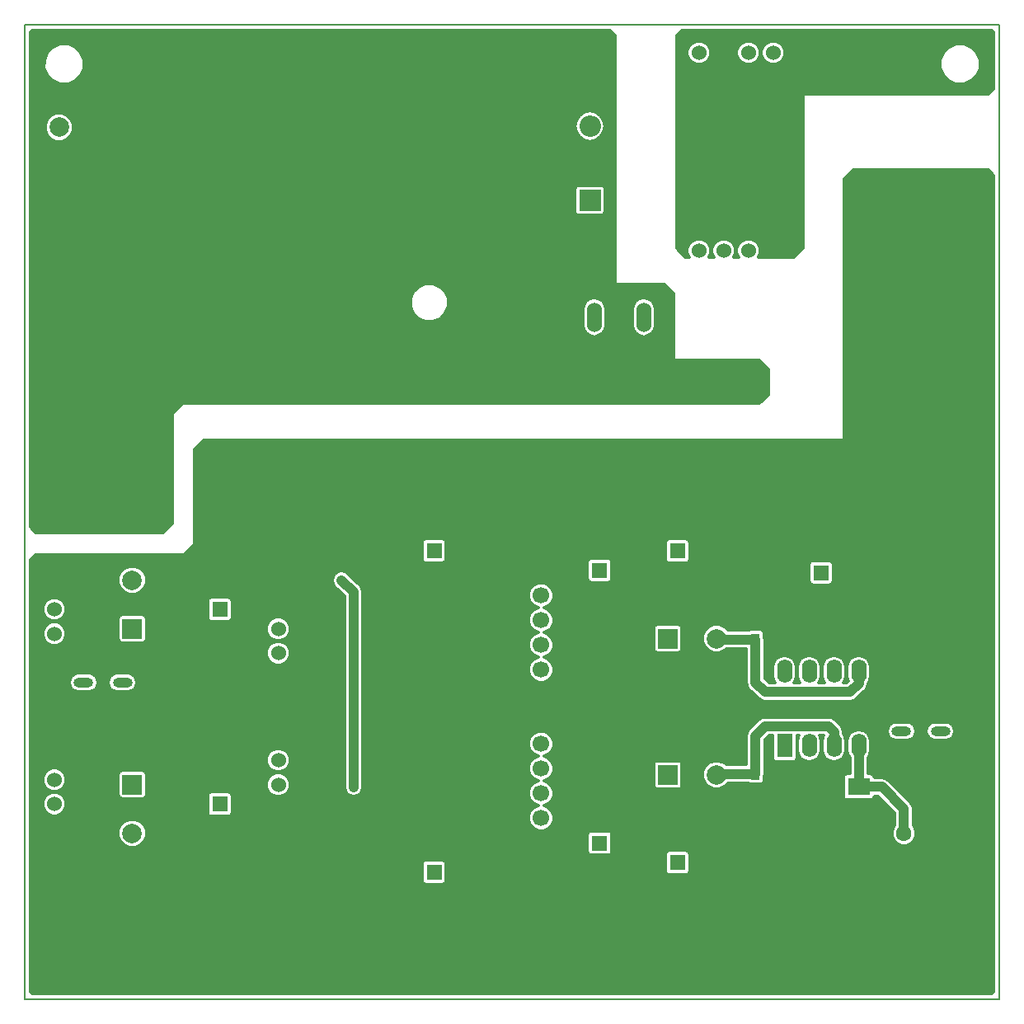
<source format=gbr>
%TF.GenerationSoftware,KiCad,Pcbnew,4.0.7*%
%TF.CreationDate,2021-06-18T00:58:30+09:00*%
%TF.ProjectId,NuTube_MUSES_AMP_PCB_v2,4E75547562655F4D555345535F414D50,rev?*%
%TF.FileFunction,Copper,L2,Bot,Signal*%
%FSLAX46Y46*%
G04 Gerber Fmt 4.6, Leading zero omitted, Abs format (unit mm)*
G04 Created by KiCad (PCBNEW 4.0.7) date 06/18/21 00:58:30*
%MOMM*%
%LPD*%
G01*
G04 APERTURE LIST*
%ADD10C,0.100000*%
%ADD11C,0.150000*%
%ADD12C,0.762000*%
%ADD13C,6.000000*%
%ADD14R,1.600000X1.600000*%
%ADD15C,1.600000*%
%ADD16R,2.000000X2.000000*%
%ADD17C,2.000000*%
%ADD18R,2.300000X1.800000*%
%ADD19R,2.200000X2.200000*%
%ADD20O,2.200000X2.200000*%
%ADD21O,1.400000X0.900000*%
%ADD22O,2.000000X1.000000*%
%ADD23R,0.900000X1.200000*%
%ADD24C,1.524000*%
%ADD25O,1.524000X3.048000*%
%ADD26R,1.600000X2.400000*%
%ADD27O,1.600000X2.400000*%
%ADD28C,1.700000*%
%ADD29C,0.600000*%
%ADD30C,1.000000*%
%ADD31C,0.300000*%
G04 APERTURE END LIST*
D10*
D11*
X142000000Y-130000000D02*
X42000000Y-130000000D01*
X142000000Y-30000000D02*
X142000000Y-130000000D01*
X142000000Y-30000000D02*
X42000000Y-30000000D01*
X42000000Y-30000000D02*
X142000000Y-30000000D01*
X42000000Y-130000000D02*
X42000000Y-30000000D01*
D12*
X116500000Y-73000000D03*
X133500000Y-95000000D03*
X60500000Y-105500000D03*
X60500000Y-94500000D03*
X72750000Y-118500000D03*
X80000000Y-118500000D03*
X81250000Y-85750000D03*
D13*
X138000000Y-126000000D03*
D12*
X73750000Y-108000000D03*
X98750000Y-114000000D03*
X98750000Y-86000000D03*
X69750000Y-104750000D03*
X69750000Y-95000000D03*
X74000000Y-92000000D03*
X77500000Y-92000000D03*
X77500000Y-108000000D03*
X64000000Y-105500000D03*
X64000000Y-94250000D03*
D13*
X46000000Y-126000000D03*
D12*
X71750000Y-113750000D03*
X77500000Y-100000000D03*
X74000000Y-100000000D03*
X108750000Y-100250000D03*
X112250000Y-100250000D03*
X112250000Y-85750000D03*
X108750000Y-86750000D03*
X108750000Y-90750000D03*
X108750000Y-113250000D03*
X108750000Y-109250000D03*
X101250000Y-105750000D03*
X97500000Y-107500000D03*
X97500000Y-92500000D03*
X101250000Y-94250000D03*
X117000000Y-89500000D03*
X117000000Y-110750000D03*
X124250000Y-100250000D03*
X122250000Y-100250000D03*
X120250000Y-100250000D03*
X127750000Y-92000000D03*
X123500000Y-108250000D03*
X127500000Y-113250000D03*
X140750000Y-106000000D03*
X136750000Y-107500000D03*
X133250000Y-109000000D03*
X130500000Y-106500000D03*
X134000000Y-103750000D03*
X136000000Y-100750000D03*
X137750000Y-104250000D03*
X135000000Y-91750000D03*
X137000000Y-93750000D03*
X140750000Y-98500000D03*
X137500000Y-53000000D03*
X126500000Y-53000000D03*
X132000000Y-53000000D03*
X127000000Y-45750000D03*
X130250000Y-45250000D03*
X133750000Y-45250000D03*
X137000000Y-45250000D03*
X137250000Y-36500000D03*
X140750000Y-36000000D03*
X140750000Y-31250000D03*
X134000000Y-31500000D03*
X126500000Y-36750000D03*
X110000000Y-31250000D03*
X121500000Y-47250000D03*
X109500000Y-52250000D03*
X113250000Y-50500000D03*
X43250000Y-81000000D03*
X56250000Y-81250000D03*
X57250000Y-69000000D03*
X117500000Y-68000000D03*
X117500000Y-65250000D03*
X110600000Y-64700000D03*
X107500000Y-57500000D03*
X101500000Y-31500000D03*
X140750000Y-46000000D03*
X119500000Y-50500000D03*
D14*
X84000000Y-84000000D03*
D15*
X84000000Y-81500000D03*
D14*
X84000000Y-117000000D03*
D15*
X84000000Y-114500000D03*
D16*
X53000000Y-92000000D03*
D17*
X53000000Y-87000000D03*
D14*
X62000000Y-90000000D03*
D15*
X62000000Y-87500000D03*
D16*
X53000000Y-108000000D03*
D17*
X53000000Y-113000000D03*
D14*
X62000000Y-110000000D03*
D15*
X62000000Y-112500000D03*
D14*
X109000000Y-84000000D03*
D15*
X109000000Y-81500000D03*
D14*
X101000000Y-114000000D03*
D15*
X101000000Y-116500000D03*
D14*
X101000000Y-86000000D03*
D15*
X101000000Y-83500000D03*
D14*
X109000000Y-116000000D03*
D15*
X109000000Y-118500000D03*
D16*
X108000000Y-107000000D03*
D17*
X113000000Y-107000000D03*
D16*
X108000000Y-93000000D03*
D17*
X113000000Y-93000000D03*
D14*
X123750000Y-86250000D03*
D15*
X126250000Y-86250000D03*
D14*
X134750000Y-113000000D03*
D15*
X132250000Y-113000000D03*
D18*
X127622300Y-111832800D03*
X127622300Y-108232800D03*
D19*
X100000000Y-48000000D03*
D20*
X100000000Y-40380000D03*
D17*
X45500000Y-40500000D03*
X45500000Y-53500000D03*
D21*
X44000000Y-65450000D03*
X44000000Y-72550000D03*
D22*
X45000000Y-97500000D03*
X48000000Y-97500000D03*
X52000000Y-97500000D03*
X53500000Y-102300000D03*
X139000000Y-102500000D03*
X136000000Y-102500000D03*
X132000000Y-102500000D03*
X130500000Y-97700000D03*
D23*
X117000000Y-106900000D03*
X117000000Y-109100000D03*
X117000000Y-93100000D03*
X117000000Y-90900000D03*
D24*
X45000000Y-92500000D03*
X45000000Y-90000000D03*
X45000000Y-87500000D03*
X68000000Y-89500000D03*
X68000000Y-92000000D03*
X68000000Y-94500000D03*
X45000000Y-107500000D03*
X45000000Y-110000000D03*
X45000000Y-112500000D03*
X68000000Y-110500000D03*
X68000000Y-108000000D03*
X68000000Y-105500000D03*
D25*
X105540000Y-60000000D03*
X100460000Y-60000000D03*
D24*
X111190000Y-53160000D03*
X113730000Y-53160000D03*
X116270000Y-53160000D03*
X118810000Y-53160000D03*
X111190000Y-32840000D03*
X113730000Y-32840000D03*
X116270000Y-32840000D03*
X118810000Y-32840000D03*
D26*
X120000000Y-104000000D03*
D27*
X127620000Y-96380000D03*
X122540000Y-104000000D03*
X125080000Y-96380000D03*
X125080000Y-104000000D03*
X122540000Y-96380000D03*
X127620000Y-104000000D03*
X120000000Y-96380000D03*
D28*
X95000000Y-111430000D03*
X95000000Y-108890000D03*
X95000000Y-106350000D03*
X95000000Y-103810000D03*
X95000000Y-101270000D03*
X95000000Y-98730000D03*
X95000000Y-96190000D03*
X95000000Y-93650000D03*
X95000000Y-91110000D03*
X95000000Y-88570000D03*
X73000000Y-124430000D03*
X75540000Y-124430000D03*
X78080000Y-124430000D03*
X80620000Y-124430000D03*
X80620000Y-73430000D03*
X78080000Y-73430000D03*
X75540000Y-73430000D03*
X73000000Y-73430000D03*
D12*
X43500000Y-31500000D03*
D29*
X75750000Y-108250000D03*
X74500000Y-87000000D03*
D30*
X127622300Y-108232800D02*
X129982800Y-108232800D01*
X132250000Y-110500000D02*
X132250000Y-113000000D01*
X129982800Y-108232800D02*
X132250000Y-110500000D01*
X127622300Y-108232800D02*
X127622300Y-104002300D01*
X127622300Y-104002300D02*
X127620000Y-104000000D01*
X127620000Y-108230500D02*
X127622300Y-108232800D01*
X75750000Y-88250000D02*
X75750000Y-108250000D01*
X74500000Y-87000000D02*
X75750000Y-88250000D01*
X117000000Y-106900000D02*
X117000000Y-103000000D01*
X125080000Y-102580000D02*
X125080000Y-104000000D01*
X124500000Y-102000000D02*
X125080000Y-102580000D01*
X118000000Y-102000000D02*
X124500000Y-102000000D01*
X117000000Y-103000000D02*
X118000000Y-102000000D01*
X117000000Y-106900000D02*
X113100000Y-106900000D01*
X113100000Y-106900000D02*
X113000000Y-107000000D01*
X117000000Y-93100000D02*
X117000000Y-97500000D01*
X127620000Y-97630000D02*
X127620000Y-96380000D01*
X126750000Y-98500000D02*
X127620000Y-97630000D01*
X118000000Y-98500000D02*
X126750000Y-98500000D01*
X117000000Y-97500000D02*
X118000000Y-98500000D01*
X117000000Y-93100000D02*
X113100000Y-93100000D01*
X113100000Y-93100000D02*
X113000000Y-93000000D01*
D31*
G36*
X141475000Y-45437132D02*
X141475000Y-129312868D01*
X141312868Y-129475000D01*
X42687132Y-129475000D01*
X42525000Y-129312868D01*
X42525000Y-116200000D01*
X82741184Y-116200000D01*
X82741184Y-117800000D01*
X82772562Y-117966760D01*
X82871117Y-118119919D01*
X83021495Y-118222668D01*
X83200000Y-118258816D01*
X84800000Y-118258816D01*
X84966760Y-118227438D01*
X85119919Y-118128883D01*
X85222668Y-117978505D01*
X85258816Y-117800000D01*
X85258816Y-116200000D01*
X85227438Y-116033240D01*
X85128883Y-115880081D01*
X84978505Y-115777332D01*
X84800000Y-115741184D01*
X83200000Y-115741184D01*
X83033240Y-115772562D01*
X82880081Y-115871117D01*
X82777332Y-116021495D01*
X82741184Y-116200000D01*
X42525000Y-116200000D01*
X42525000Y-113287157D01*
X51549749Y-113287157D01*
X51770033Y-113820286D01*
X52177569Y-114228533D01*
X52710312Y-114449748D01*
X53287157Y-114450251D01*
X53820286Y-114229967D01*
X54228533Y-113822431D01*
X54449748Y-113289688D01*
X54449826Y-113200000D01*
X99741184Y-113200000D01*
X99741184Y-114800000D01*
X99772562Y-114966760D01*
X99871117Y-115119919D01*
X100021495Y-115222668D01*
X100200000Y-115258816D01*
X101800000Y-115258816D01*
X101966760Y-115227438D01*
X102009399Y-115200000D01*
X107741184Y-115200000D01*
X107741184Y-116800000D01*
X107772562Y-116966760D01*
X107871117Y-117119919D01*
X108021495Y-117222668D01*
X108200000Y-117258816D01*
X109800000Y-117258816D01*
X109966760Y-117227438D01*
X110119919Y-117128883D01*
X110222668Y-116978505D01*
X110258816Y-116800000D01*
X110258816Y-115200000D01*
X110227438Y-115033240D01*
X110128883Y-114880081D01*
X109978505Y-114777332D01*
X109800000Y-114741184D01*
X108200000Y-114741184D01*
X108033240Y-114772562D01*
X107880081Y-114871117D01*
X107777332Y-115021495D01*
X107741184Y-115200000D01*
X102009399Y-115200000D01*
X102119919Y-115128883D01*
X102222668Y-114978505D01*
X102258816Y-114800000D01*
X102258816Y-113200000D01*
X102227438Y-113033240D01*
X102128883Y-112880081D01*
X101978505Y-112777332D01*
X101800000Y-112741184D01*
X100200000Y-112741184D01*
X100033240Y-112772562D01*
X99880081Y-112871117D01*
X99777332Y-113021495D01*
X99741184Y-113200000D01*
X54449826Y-113200000D01*
X54450251Y-112712843D01*
X54229967Y-112179714D01*
X53822431Y-111771467D01*
X53289688Y-111550252D01*
X52712843Y-111549749D01*
X52179714Y-111770033D01*
X51771467Y-112177569D01*
X51550252Y-112710312D01*
X51549749Y-113287157D01*
X42525000Y-113287157D01*
X42525000Y-110240024D01*
X43787791Y-110240024D01*
X43971918Y-110685646D01*
X44312561Y-111026884D01*
X44757861Y-111211789D01*
X45240024Y-111212209D01*
X45685646Y-111028082D01*
X46026884Y-110687439D01*
X46211789Y-110242139D01*
X46212209Y-109759976D01*
X46028082Y-109314354D01*
X45687439Y-108973116D01*
X45242139Y-108788211D01*
X44759976Y-108787791D01*
X44314354Y-108971918D01*
X43973116Y-109312561D01*
X43788211Y-109757861D01*
X43787791Y-110240024D01*
X42525000Y-110240024D01*
X42525000Y-107740024D01*
X43787791Y-107740024D01*
X43971918Y-108185646D01*
X44312561Y-108526884D01*
X44757861Y-108711789D01*
X45240024Y-108712209D01*
X45685646Y-108528082D01*
X46026884Y-108187439D01*
X46211789Y-107742139D01*
X46212209Y-107259976D01*
X46104790Y-107000000D01*
X51541184Y-107000000D01*
X51541184Y-109000000D01*
X51572562Y-109166760D01*
X51671117Y-109319919D01*
X51821495Y-109422668D01*
X52000000Y-109458816D01*
X54000000Y-109458816D01*
X54166760Y-109427438D01*
X54319919Y-109328883D01*
X54407981Y-109200000D01*
X60741184Y-109200000D01*
X60741184Y-110800000D01*
X60772562Y-110966760D01*
X60871117Y-111119919D01*
X61021495Y-111222668D01*
X61200000Y-111258816D01*
X62800000Y-111258816D01*
X62966760Y-111227438D01*
X63119919Y-111128883D01*
X63222668Y-110978505D01*
X63258816Y-110800000D01*
X63258816Y-109200000D01*
X63227438Y-109033240D01*
X63128883Y-108880081D01*
X62978505Y-108777332D01*
X62800000Y-108741184D01*
X61200000Y-108741184D01*
X61033240Y-108772562D01*
X60880081Y-108871117D01*
X60777332Y-109021495D01*
X60741184Y-109200000D01*
X54407981Y-109200000D01*
X54422668Y-109178505D01*
X54458816Y-109000000D01*
X54458816Y-108240024D01*
X66787791Y-108240024D01*
X66971918Y-108685646D01*
X67312561Y-109026884D01*
X67757861Y-109211789D01*
X68240024Y-109212209D01*
X68685646Y-109028082D01*
X69026884Y-108687439D01*
X69211789Y-108242139D01*
X69212209Y-107759976D01*
X69028082Y-107314354D01*
X68687439Y-106973116D01*
X68242139Y-106788211D01*
X67759976Y-106787791D01*
X67314354Y-106971918D01*
X66973116Y-107312561D01*
X66788211Y-107757861D01*
X66787791Y-108240024D01*
X54458816Y-108240024D01*
X54458816Y-107000000D01*
X54427438Y-106833240D01*
X54328883Y-106680081D01*
X54178505Y-106577332D01*
X54000000Y-106541184D01*
X52000000Y-106541184D01*
X51833240Y-106572562D01*
X51680081Y-106671117D01*
X51577332Y-106821495D01*
X51541184Y-107000000D01*
X46104790Y-107000000D01*
X46028082Y-106814354D01*
X45687439Y-106473116D01*
X45242139Y-106288211D01*
X44759976Y-106287791D01*
X44314354Y-106471918D01*
X43973116Y-106812561D01*
X43788211Y-107257861D01*
X43787791Y-107740024D01*
X42525000Y-107740024D01*
X42525000Y-105740024D01*
X66787791Y-105740024D01*
X66971918Y-106185646D01*
X67312561Y-106526884D01*
X67757861Y-106711789D01*
X68240024Y-106712209D01*
X68685646Y-106528082D01*
X69026884Y-106187439D01*
X69211789Y-105742139D01*
X69212209Y-105259976D01*
X69028082Y-104814354D01*
X68687439Y-104473116D01*
X68242139Y-104288211D01*
X67759976Y-104287791D01*
X67314354Y-104471918D01*
X66973116Y-104812561D01*
X66788211Y-105257861D01*
X66787791Y-105740024D01*
X42525000Y-105740024D01*
X42525000Y-97500000D01*
X46521593Y-97500000D01*
X46593907Y-97863549D01*
X46799842Y-98171751D01*
X47108044Y-98377686D01*
X47471593Y-98450000D01*
X48528407Y-98450000D01*
X48891956Y-98377686D01*
X49200158Y-98171751D01*
X49406093Y-97863549D01*
X49478407Y-97500000D01*
X50521593Y-97500000D01*
X50593907Y-97863549D01*
X50799842Y-98171751D01*
X51108044Y-98377686D01*
X51471593Y-98450000D01*
X52528407Y-98450000D01*
X52891956Y-98377686D01*
X53200158Y-98171751D01*
X53406093Y-97863549D01*
X53478407Y-97500000D01*
X53406093Y-97136451D01*
X53200158Y-96828249D01*
X52891956Y-96622314D01*
X52528407Y-96550000D01*
X51471593Y-96550000D01*
X51108044Y-96622314D01*
X50799842Y-96828249D01*
X50593907Y-97136451D01*
X50521593Y-97500000D01*
X49478407Y-97500000D01*
X49406093Y-97136451D01*
X49200158Y-96828249D01*
X48891956Y-96622314D01*
X48528407Y-96550000D01*
X47471593Y-96550000D01*
X47108044Y-96622314D01*
X46799842Y-96828249D01*
X46593907Y-97136451D01*
X46521593Y-97500000D01*
X42525000Y-97500000D01*
X42525000Y-94740024D01*
X66787791Y-94740024D01*
X66971918Y-95185646D01*
X67312561Y-95526884D01*
X67757861Y-95711789D01*
X68240024Y-95712209D01*
X68685646Y-95528082D01*
X69026884Y-95187439D01*
X69211789Y-94742139D01*
X69212209Y-94259976D01*
X69028082Y-93814354D01*
X68687439Y-93473116D01*
X68242139Y-93288211D01*
X67759976Y-93287791D01*
X67314354Y-93471918D01*
X66973116Y-93812561D01*
X66788211Y-94257861D01*
X66787791Y-94740024D01*
X42525000Y-94740024D01*
X42525000Y-92740024D01*
X43787791Y-92740024D01*
X43971918Y-93185646D01*
X44312561Y-93526884D01*
X44757861Y-93711789D01*
X45240024Y-93712209D01*
X45685646Y-93528082D01*
X46026884Y-93187439D01*
X46211789Y-92742139D01*
X46212209Y-92259976D01*
X46028082Y-91814354D01*
X45687439Y-91473116D01*
X45242139Y-91288211D01*
X44759976Y-91287791D01*
X44314354Y-91471918D01*
X43973116Y-91812561D01*
X43788211Y-92257861D01*
X43787791Y-92740024D01*
X42525000Y-92740024D01*
X42525000Y-90240024D01*
X43787791Y-90240024D01*
X43971918Y-90685646D01*
X44312561Y-91026884D01*
X44757861Y-91211789D01*
X45240024Y-91212209D01*
X45685646Y-91028082D01*
X45713777Y-91000000D01*
X51541184Y-91000000D01*
X51541184Y-93000000D01*
X51572562Y-93166760D01*
X51671117Y-93319919D01*
X51821495Y-93422668D01*
X52000000Y-93458816D01*
X54000000Y-93458816D01*
X54166760Y-93427438D01*
X54319919Y-93328883D01*
X54422668Y-93178505D01*
X54458816Y-93000000D01*
X54458816Y-92240024D01*
X66787791Y-92240024D01*
X66971918Y-92685646D01*
X67312561Y-93026884D01*
X67757861Y-93211789D01*
X68240024Y-93212209D01*
X68685646Y-93028082D01*
X69026884Y-92687439D01*
X69211789Y-92242139D01*
X69212209Y-91759976D01*
X69028082Y-91314354D01*
X68687439Y-90973116D01*
X68242139Y-90788211D01*
X67759976Y-90787791D01*
X67314354Y-90971918D01*
X66973116Y-91312561D01*
X66788211Y-91757861D01*
X66787791Y-92240024D01*
X54458816Y-92240024D01*
X54458816Y-91000000D01*
X54427438Y-90833240D01*
X54328883Y-90680081D01*
X54178505Y-90577332D01*
X54000000Y-90541184D01*
X52000000Y-90541184D01*
X51833240Y-90572562D01*
X51680081Y-90671117D01*
X51577332Y-90821495D01*
X51541184Y-91000000D01*
X45713777Y-91000000D01*
X46026884Y-90687439D01*
X46211789Y-90242139D01*
X46212209Y-89759976D01*
X46028082Y-89314354D01*
X45913928Y-89200000D01*
X60741184Y-89200000D01*
X60741184Y-90800000D01*
X60772562Y-90966760D01*
X60871117Y-91119919D01*
X61021495Y-91222668D01*
X61200000Y-91258816D01*
X62800000Y-91258816D01*
X62966760Y-91227438D01*
X63119919Y-91128883D01*
X63222668Y-90978505D01*
X63258816Y-90800000D01*
X63258816Y-89200000D01*
X63227438Y-89033240D01*
X63128883Y-88880081D01*
X62978505Y-88777332D01*
X62800000Y-88741184D01*
X61200000Y-88741184D01*
X61033240Y-88772562D01*
X60880081Y-88871117D01*
X60777332Y-89021495D01*
X60741184Y-89200000D01*
X45913928Y-89200000D01*
X45687439Y-88973116D01*
X45242139Y-88788211D01*
X44759976Y-88787791D01*
X44314354Y-88971918D01*
X43973116Y-89312561D01*
X43788211Y-89757861D01*
X43787791Y-90240024D01*
X42525000Y-90240024D01*
X42525000Y-87287157D01*
X51549749Y-87287157D01*
X51770033Y-87820286D01*
X52177569Y-88228533D01*
X52710312Y-88449748D01*
X53287157Y-88450251D01*
X53820286Y-88229967D01*
X54228533Y-87822431D01*
X54449748Y-87289688D01*
X54450000Y-87000000D01*
X73550001Y-87000000D01*
X73622314Y-87363550D01*
X73828249Y-87671751D01*
X74800000Y-88643502D01*
X74800000Y-108250000D01*
X74872314Y-108613549D01*
X75078249Y-108921751D01*
X75386451Y-109127686D01*
X75750000Y-109200000D01*
X76113549Y-109127686D01*
X76421751Y-108921751D01*
X76627686Y-108613549D01*
X76700000Y-108250000D01*
X76700000Y-104067452D01*
X93699774Y-104067452D01*
X93897271Y-104545429D01*
X94262647Y-104911444D01*
X94668985Y-105080170D01*
X94264571Y-105247271D01*
X93898556Y-105612647D01*
X93700226Y-106090279D01*
X93699774Y-106607452D01*
X93897271Y-107085429D01*
X94262647Y-107451444D01*
X94668985Y-107620170D01*
X94264571Y-107787271D01*
X93898556Y-108152647D01*
X93700226Y-108630279D01*
X93699774Y-109147452D01*
X93897271Y-109625429D01*
X94262647Y-109991444D01*
X94668985Y-110160170D01*
X94264571Y-110327271D01*
X93898556Y-110692647D01*
X93700226Y-111170279D01*
X93699774Y-111687452D01*
X93897271Y-112165429D01*
X94262647Y-112531444D01*
X94740279Y-112729774D01*
X95257452Y-112730226D01*
X95735429Y-112532729D01*
X96101444Y-112167353D01*
X96299774Y-111689721D01*
X96300226Y-111172548D01*
X96102729Y-110694571D01*
X95737353Y-110328556D01*
X95331015Y-110159830D01*
X95735429Y-109992729D01*
X96101444Y-109627353D01*
X96299774Y-109149721D01*
X96300226Y-108632548D01*
X96102729Y-108154571D01*
X95737353Y-107788556D01*
X95331015Y-107619830D01*
X95735429Y-107452729D01*
X96101444Y-107087353D01*
X96299774Y-106609721D01*
X96300226Y-106092548D01*
X96261986Y-106000000D01*
X106541184Y-106000000D01*
X106541184Y-108000000D01*
X106572562Y-108166760D01*
X106671117Y-108319919D01*
X106821495Y-108422668D01*
X107000000Y-108458816D01*
X109000000Y-108458816D01*
X109166760Y-108427438D01*
X109319919Y-108328883D01*
X109422668Y-108178505D01*
X109458816Y-108000000D01*
X109458816Y-107287157D01*
X111549749Y-107287157D01*
X111770033Y-107820286D01*
X112177569Y-108228533D01*
X112710312Y-108449748D01*
X113287157Y-108450251D01*
X113820286Y-108229967D01*
X114200916Y-107850000D01*
X116265142Y-107850000D01*
X116371495Y-107922668D01*
X116550000Y-107958816D01*
X117450000Y-107958816D01*
X117616760Y-107927438D01*
X117769919Y-107828883D01*
X117872668Y-107678505D01*
X117908816Y-107500000D01*
X117908816Y-107332800D01*
X126013484Y-107332800D01*
X126013484Y-109132800D01*
X126044862Y-109299560D01*
X126143417Y-109452719D01*
X126293795Y-109555468D01*
X126472300Y-109591616D01*
X128772300Y-109591616D01*
X128939060Y-109560238D01*
X129092219Y-109461683D01*
X129194968Y-109311305D01*
X129220991Y-109182800D01*
X129589298Y-109182800D01*
X131300000Y-110893502D01*
X131300000Y-112182117D01*
X131190919Y-112291007D01*
X131000217Y-112750269D01*
X130999783Y-113247550D01*
X131189684Y-113707143D01*
X131541007Y-114059081D01*
X132000269Y-114249783D01*
X132497550Y-114250217D01*
X132957143Y-114060316D01*
X133309081Y-113708993D01*
X133499783Y-113249731D01*
X133500217Y-112752450D01*
X133310316Y-112292857D01*
X133200000Y-112182348D01*
X133200000Y-110500000D01*
X133127686Y-110136451D01*
X133127686Y-110136450D01*
X132921751Y-109828249D01*
X130654551Y-107561049D01*
X130346350Y-107355114D01*
X130286033Y-107343117D01*
X129982800Y-107282800D01*
X129221708Y-107282800D01*
X129199738Y-107166040D01*
X129101183Y-107012881D01*
X128950805Y-106910132D01*
X128772300Y-106873984D01*
X128572300Y-106873984D01*
X128572300Y-105213815D01*
X128774849Y-104910679D01*
X128870000Y-104432325D01*
X128870000Y-103567675D01*
X128774849Y-103089321D01*
X128503883Y-102683792D01*
X128228820Y-102500000D01*
X130521593Y-102500000D01*
X130593907Y-102863549D01*
X130799842Y-103171751D01*
X131108044Y-103377686D01*
X131471593Y-103450000D01*
X132528407Y-103450000D01*
X132891956Y-103377686D01*
X133200158Y-103171751D01*
X133406093Y-102863549D01*
X133478407Y-102500000D01*
X134521593Y-102500000D01*
X134593907Y-102863549D01*
X134799842Y-103171751D01*
X135108044Y-103377686D01*
X135471593Y-103450000D01*
X136528407Y-103450000D01*
X136891956Y-103377686D01*
X137200158Y-103171751D01*
X137406093Y-102863549D01*
X137478407Y-102500000D01*
X137406093Y-102136451D01*
X137200158Y-101828249D01*
X136891956Y-101622314D01*
X136528407Y-101550000D01*
X135471593Y-101550000D01*
X135108044Y-101622314D01*
X134799842Y-101828249D01*
X134593907Y-102136451D01*
X134521593Y-102500000D01*
X133478407Y-102500000D01*
X133406093Y-102136451D01*
X133200158Y-101828249D01*
X132891956Y-101622314D01*
X132528407Y-101550000D01*
X131471593Y-101550000D01*
X131108044Y-101622314D01*
X130799842Y-101828249D01*
X130593907Y-102136451D01*
X130521593Y-102500000D01*
X128228820Y-102500000D01*
X128098354Y-102412826D01*
X127620000Y-102317675D01*
X127141646Y-102412826D01*
X126736117Y-102683792D01*
X126465151Y-103089321D01*
X126370000Y-103567675D01*
X126370000Y-104432325D01*
X126465151Y-104910679D01*
X126672300Y-105220699D01*
X126672300Y-106873984D01*
X126472300Y-106873984D01*
X126305540Y-106905362D01*
X126152381Y-107003917D01*
X126049632Y-107154295D01*
X126013484Y-107332800D01*
X117908816Y-107332800D01*
X117908816Y-107107047D01*
X117950000Y-106900000D01*
X117950000Y-103393502D01*
X118393503Y-102950000D01*
X118741184Y-102950000D01*
X118741184Y-105200000D01*
X118772562Y-105366760D01*
X118871117Y-105519919D01*
X119021495Y-105622668D01*
X119200000Y-105658816D01*
X120800000Y-105658816D01*
X120966760Y-105627438D01*
X121119919Y-105528883D01*
X121222668Y-105378505D01*
X121258816Y-105200000D01*
X121258816Y-102950000D01*
X121478242Y-102950000D01*
X121385151Y-103089321D01*
X121290000Y-103567675D01*
X121290000Y-104432325D01*
X121385151Y-104910679D01*
X121656117Y-105316208D01*
X122061646Y-105587174D01*
X122540000Y-105682325D01*
X123018354Y-105587174D01*
X123423883Y-105316208D01*
X123694849Y-104910679D01*
X123790000Y-104432325D01*
X123790000Y-103567675D01*
X123694849Y-103089321D01*
X123601758Y-102950000D01*
X124018242Y-102950000D01*
X123925151Y-103089321D01*
X123830000Y-103567675D01*
X123830000Y-104432325D01*
X123925151Y-104910679D01*
X124196117Y-105316208D01*
X124601646Y-105587174D01*
X125080000Y-105682325D01*
X125558354Y-105587174D01*
X125963883Y-105316208D01*
X126234849Y-104910679D01*
X126330000Y-104432325D01*
X126330000Y-103567675D01*
X126234849Y-103089321D01*
X126030000Y-102782743D01*
X126030000Y-102580000D01*
X125957686Y-102216451D01*
X125957686Y-102216450D01*
X125751752Y-101908249D01*
X125171751Y-101328249D01*
X124863550Y-101122314D01*
X124803233Y-101110317D01*
X124500000Y-101050000D01*
X118000000Y-101050000D01*
X117636451Y-101122314D01*
X117328249Y-101328248D01*
X116328249Y-102328249D01*
X116122314Y-102636450D01*
X116122314Y-102636451D01*
X116050000Y-103000000D01*
X116050000Y-105950000D01*
X114000653Y-105950000D01*
X113822431Y-105771467D01*
X113289688Y-105550252D01*
X112712843Y-105549749D01*
X112179714Y-105770033D01*
X111771467Y-106177569D01*
X111550252Y-106710312D01*
X111549749Y-107287157D01*
X109458816Y-107287157D01*
X109458816Y-106000000D01*
X109427438Y-105833240D01*
X109328883Y-105680081D01*
X109178505Y-105577332D01*
X109000000Y-105541184D01*
X107000000Y-105541184D01*
X106833240Y-105572562D01*
X106680081Y-105671117D01*
X106577332Y-105821495D01*
X106541184Y-106000000D01*
X96261986Y-106000000D01*
X96102729Y-105614571D01*
X95737353Y-105248556D01*
X95331015Y-105079830D01*
X95735429Y-104912729D01*
X96101444Y-104547353D01*
X96299774Y-104069721D01*
X96300226Y-103552548D01*
X96102729Y-103074571D01*
X95737353Y-102708556D01*
X95259721Y-102510226D01*
X94742548Y-102509774D01*
X94264571Y-102707271D01*
X93898556Y-103072647D01*
X93700226Y-103550279D01*
X93699774Y-104067452D01*
X76700000Y-104067452D01*
X76700000Y-88827452D01*
X93699774Y-88827452D01*
X93897271Y-89305429D01*
X94262647Y-89671444D01*
X94668985Y-89840170D01*
X94264571Y-90007271D01*
X93898556Y-90372647D01*
X93700226Y-90850279D01*
X93699774Y-91367452D01*
X93897271Y-91845429D01*
X94262647Y-92211444D01*
X94668985Y-92380170D01*
X94264571Y-92547271D01*
X93898556Y-92912647D01*
X93700226Y-93390279D01*
X93699774Y-93907452D01*
X93897271Y-94385429D01*
X94262647Y-94751444D01*
X94668985Y-94920170D01*
X94264571Y-95087271D01*
X93898556Y-95452647D01*
X93700226Y-95930279D01*
X93699774Y-96447452D01*
X93897271Y-96925429D01*
X94262647Y-97291444D01*
X94740279Y-97489774D01*
X95257452Y-97490226D01*
X95735429Y-97292729D01*
X96101444Y-96927353D01*
X96299774Y-96449721D01*
X96300226Y-95932548D01*
X96102729Y-95454571D01*
X95737353Y-95088556D01*
X95331015Y-94919830D01*
X95735429Y-94752729D01*
X96101444Y-94387353D01*
X96299774Y-93909721D01*
X96300226Y-93392548D01*
X96102729Y-92914571D01*
X95737353Y-92548556D01*
X95331015Y-92379830D01*
X95735429Y-92212729D01*
X95948530Y-92000000D01*
X106541184Y-92000000D01*
X106541184Y-94000000D01*
X106572562Y-94166760D01*
X106671117Y-94319919D01*
X106821495Y-94422668D01*
X107000000Y-94458816D01*
X109000000Y-94458816D01*
X109166760Y-94427438D01*
X109319919Y-94328883D01*
X109422668Y-94178505D01*
X109458816Y-94000000D01*
X109458816Y-93287157D01*
X111549749Y-93287157D01*
X111770033Y-93820286D01*
X112177569Y-94228533D01*
X112710312Y-94449748D01*
X113287157Y-94450251D01*
X113820286Y-94229967D01*
X114000567Y-94050000D01*
X116050000Y-94050000D01*
X116050000Y-97500000D01*
X116089028Y-97696208D01*
X116122314Y-97863550D01*
X116328249Y-98171751D01*
X117328249Y-99171752D01*
X117636451Y-99377686D01*
X118000000Y-99450000D01*
X126750000Y-99450000D01*
X127053233Y-99389683D01*
X127113550Y-99377686D01*
X127421751Y-99171751D01*
X128291752Y-98301751D01*
X128497686Y-97993550D01*
X128570000Y-97630000D01*
X128570000Y-97597257D01*
X128774849Y-97290679D01*
X128870000Y-96812325D01*
X128870000Y-95947675D01*
X128774849Y-95469321D01*
X128503883Y-95063792D01*
X128098354Y-94792826D01*
X127620000Y-94697675D01*
X127141646Y-94792826D01*
X126736117Y-95063792D01*
X126465151Y-95469321D01*
X126370000Y-95947675D01*
X126370000Y-96812325D01*
X126465151Y-97290679D01*
X126525500Y-97380998D01*
X126356498Y-97550000D01*
X126061576Y-97550000D01*
X126234849Y-97290679D01*
X126330000Y-96812325D01*
X126330000Y-95947675D01*
X126234849Y-95469321D01*
X125963883Y-95063792D01*
X125558354Y-94792826D01*
X125080000Y-94697675D01*
X124601646Y-94792826D01*
X124196117Y-95063792D01*
X123925151Y-95469321D01*
X123830000Y-95947675D01*
X123830000Y-96812325D01*
X123925151Y-97290679D01*
X124098424Y-97550000D01*
X123521576Y-97550000D01*
X123694849Y-97290679D01*
X123790000Y-96812325D01*
X123790000Y-95947675D01*
X123694849Y-95469321D01*
X123423883Y-95063792D01*
X123018354Y-94792826D01*
X122540000Y-94697675D01*
X122061646Y-94792826D01*
X121656117Y-95063792D01*
X121385151Y-95469321D01*
X121290000Y-95947675D01*
X121290000Y-96812325D01*
X121385151Y-97290679D01*
X121558424Y-97550000D01*
X120981576Y-97550000D01*
X121154849Y-97290679D01*
X121250000Y-96812325D01*
X121250000Y-95947675D01*
X121154849Y-95469321D01*
X120883883Y-95063792D01*
X120478354Y-94792826D01*
X120000000Y-94697675D01*
X119521646Y-94792826D01*
X119116117Y-95063792D01*
X118845151Y-95469321D01*
X118750000Y-95947675D01*
X118750000Y-96812325D01*
X118845151Y-97290679D01*
X119018424Y-97550000D01*
X118393503Y-97550000D01*
X117950000Y-97106498D01*
X117950000Y-93100000D01*
X117908816Y-92892953D01*
X117908816Y-92500000D01*
X117877438Y-92333240D01*
X117778883Y-92180081D01*
X117628505Y-92077332D01*
X117450000Y-92041184D01*
X116550000Y-92041184D01*
X116383240Y-92072562D01*
X116262898Y-92150000D01*
X114200305Y-92150000D01*
X113822431Y-91771467D01*
X113289688Y-91550252D01*
X112712843Y-91549749D01*
X112179714Y-91770033D01*
X111771467Y-92177569D01*
X111550252Y-92710312D01*
X111549749Y-93287157D01*
X109458816Y-93287157D01*
X109458816Y-92000000D01*
X109427438Y-91833240D01*
X109328883Y-91680081D01*
X109178505Y-91577332D01*
X109000000Y-91541184D01*
X107000000Y-91541184D01*
X106833240Y-91572562D01*
X106680081Y-91671117D01*
X106577332Y-91821495D01*
X106541184Y-92000000D01*
X95948530Y-92000000D01*
X96101444Y-91847353D01*
X96299774Y-91369721D01*
X96300226Y-90852548D01*
X96102729Y-90374571D01*
X95737353Y-90008556D01*
X95331015Y-89839830D01*
X95735429Y-89672729D01*
X96101444Y-89307353D01*
X96299774Y-88829721D01*
X96300226Y-88312548D01*
X96102729Y-87834571D01*
X95737353Y-87468556D01*
X95259721Y-87270226D01*
X94742548Y-87269774D01*
X94264571Y-87467271D01*
X93898556Y-87832647D01*
X93700226Y-88310279D01*
X93699774Y-88827452D01*
X76700000Y-88827452D01*
X76700000Y-88250000D01*
X76627686Y-87886451D01*
X76627686Y-87886450D01*
X76421751Y-87578249D01*
X75171751Y-86328249D01*
X74863550Y-86122314D01*
X74500000Y-86050001D01*
X74136450Y-86122314D01*
X73828249Y-86328249D01*
X73622314Y-86636450D01*
X73550001Y-87000000D01*
X54450000Y-87000000D01*
X54450251Y-86712843D01*
X54229967Y-86179714D01*
X53822431Y-85771467D01*
X53289688Y-85550252D01*
X52712843Y-85549749D01*
X52179714Y-85770033D01*
X51771467Y-86177569D01*
X51550252Y-86710312D01*
X51549749Y-87287157D01*
X42525000Y-87287157D01*
X42525000Y-84937132D01*
X43062132Y-84400000D01*
X58250000Y-84400000D01*
X58308358Y-84388182D01*
X58356066Y-84356066D01*
X59356066Y-83356066D01*
X59388975Y-83306444D01*
X59400000Y-83250000D01*
X59400000Y-83200000D01*
X82741184Y-83200000D01*
X82741184Y-84800000D01*
X82772562Y-84966760D01*
X82871117Y-85119919D01*
X83021495Y-85222668D01*
X83200000Y-85258816D01*
X84800000Y-85258816D01*
X84966760Y-85227438D01*
X85009399Y-85200000D01*
X99741184Y-85200000D01*
X99741184Y-86800000D01*
X99772562Y-86966760D01*
X99871117Y-87119919D01*
X100021495Y-87222668D01*
X100200000Y-87258816D01*
X101800000Y-87258816D01*
X101966760Y-87227438D01*
X102119919Y-87128883D01*
X102222668Y-86978505D01*
X102258816Y-86800000D01*
X102258816Y-85450000D01*
X122491184Y-85450000D01*
X122491184Y-87050000D01*
X122522562Y-87216760D01*
X122621117Y-87369919D01*
X122771495Y-87472668D01*
X122950000Y-87508816D01*
X124550000Y-87508816D01*
X124716760Y-87477438D01*
X124869919Y-87378883D01*
X124972668Y-87228505D01*
X125008816Y-87050000D01*
X125008816Y-85450000D01*
X124977438Y-85283240D01*
X124878883Y-85130081D01*
X124728505Y-85027332D01*
X124550000Y-84991184D01*
X122950000Y-84991184D01*
X122783240Y-85022562D01*
X122630081Y-85121117D01*
X122527332Y-85271495D01*
X122491184Y-85450000D01*
X102258816Y-85450000D01*
X102258816Y-85200000D01*
X102227438Y-85033240D01*
X102128883Y-84880081D01*
X101978505Y-84777332D01*
X101800000Y-84741184D01*
X100200000Y-84741184D01*
X100033240Y-84772562D01*
X99880081Y-84871117D01*
X99777332Y-85021495D01*
X99741184Y-85200000D01*
X85009399Y-85200000D01*
X85119919Y-85128883D01*
X85222668Y-84978505D01*
X85258816Y-84800000D01*
X85258816Y-83200000D01*
X107741184Y-83200000D01*
X107741184Y-84800000D01*
X107772562Y-84966760D01*
X107871117Y-85119919D01*
X108021495Y-85222668D01*
X108200000Y-85258816D01*
X109800000Y-85258816D01*
X109966760Y-85227438D01*
X110119919Y-85128883D01*
X110222668Y-84978505D01*
X110258816Y-84800000D01*
X110258816Y-83200000D01*
X110227438Y-83033240D01*
X110128883Y-82880081D01*
X109978505Y-82777332D01*
X109800000Y-82741184D01*
X108200000Y-82741184D01*
X108033240Y-82772562D01*
X107880081Y-82871117D01*
X107777332Y-83021495D01*
X107741184Y-83200000D01*
X85258816Y-83200000D01*
X85227438Y-83033240D01*
X85128883Y-82880081D01*
X84978505Y-82777332D01*
X84800000Y-82741184D01*
X83200000Y-82741184D01*
X83033240Y-82772562D01*
X82880081Y-82871117D01*
X82777332Y-83021495D01*
X82741184Y-83200000D01*
X59400000Y-83200000D01*
X59400000Y-73562132D01*
X60312132Y-72650000D01*
X126000000Y-72650000D01*
X126058358Y-72638182D01*
X126107521Y-72604591D01*
X126139742Y-72554519D01*
X126150000Y-72500000D01*
X126150000Y-45812132D01*
X127062132Y-44900000D01*
X140937868Y-44900000D01*
X141475000Y-45437132D01*
X141475000Y-45437132D01*
G37*
X141475000Y-45437132D02*
X141475000Y-129312868D01*
X141312868Y-129475000D01*
X42687132Y-129475000D01*
X42525000Y-129312868D01*
X42525000Y-116200000D01*
X82741184Y-116200000D01*
X82741184Y-117800000D01*
X82772562Y-117966760D01*
X82871117Y-118119919D01*
X83021495Y-118222668D01*
X83200000Y-118258816D01*
X84800000Y-118258816D01*
X84966760Y-118227438D01*
X85119919Y-118128883D01*
X85222668Y-117978505D01*
X85258816Y-117800000D01*
X85258816Y-116200000D01*
X85227438Y-116033240D01*
X85128883Y-115880081D01*
X84978505Y-115777332D01*
X84800000Y-115741184D01*
X83200000Y-115741184D01*
X83033240Y-115772562D01*
X82880081Y-115871117D01*
X82777332Y-116021495D01*
X82741184Y-116200000D01*
X42525000Y-116200000D01*
X42525000Y-113287157D01*
X51549749Y-113287157D01*
X51770033Y-113820286D01*
X52177569Y-114228533D01*
X52710312Y-114449748D01*
X53287157Y-114450251D01*
X53820286Y-114229967D01*
X54228533Y-113822431D01*
X54449748Y-113289688D01*
X54449826Y-113200000D01*
X99741184Y-113200000D01*
X99741184Y-114800000D01*
X99772562Y-114966760D01*
X99871117Y-115119919D01*
X100021495Y-115222668D01*
X100200000Y-115258816D01*
X101800000Y-115258816D01*
X101966760Y-115227438D01*
X102009399Y-115200000D01*
X107741184Y-115200000D01*
X107741184Y-116800000D01*
X107772562Y-116966760D01*
X107871117Y-117119919D01*
X108021495Y-117222668D01*
X108200000Y-117258816D01*
X109800000Y-117258816D01*
X109966760Y-117227438D01*
X110119919Y-117128883D01*
X110222668Y-116978505D01*
X110258816Y-116800000D01*
X110258816Y-115200000D01*
X110227438Y-115033240D01*
X110128883Y-114880081D01*
X109978505Y-114777332D01*
X109800000Y-114741184D01*
X108200000Y-114741184D01*
X108033240Y-114772562D01*
X107880081Y-114871117D01*
X107777332Y-115021495D01*
X107741184Y-115200000D01*
X102009399Y-115200000D01*
X102119919Y-115128883D01*
X102222668Y-114978505D01*
X102258816Y-114800000D01*
X102258816Y-113200000D01*
X102227438Y-113033240D01*
X102128883Y-112880081D01*
X101978505Y-112777332D01*
X101800000Y-112741184D01*
X100200000Y-112741184D01*
X100033240Y-112772562D01*
X99880081Y-112871117D01*
X99777332Y-113021495D01*
X99741184Y-113200000D01*
X54449826Y-113200000D01*
X54450251Y-112712843D01*
X54229967Y-112179714D01*
X53822431Y-111771467D01*
X53289688Y-111550252D01*
X52712843Y-111549749D01*
X52179714Y-111770033D01*
X51771467Y-112177569D01*
X51550252Y-112710312D01*
X51549749Y-113287157D01*
X42525000Y-113287157D01*
X42525000Y-110240024D01*
X43787791Y-110240024D01*
X43971918Y-110685646D01*
X44312561Y-111026884D01*
X44757861Y-111211789D01*
X45240024Y-111212209D01*
X45685646Y-111028082D01*
X46026884Y-110687439D01*
X46211789Y-110242139D01*
X46212209Y-109759976D01*
X46028082Y-109314354D01*
X45687439Y-108973116D01*
X45242139Y-108788211D01*
X44759976Y-108787791D01*
X44314354Y-108971918D01*
X43973116Y-109312561D01*
X43788211Y-109757861D01*
X43787791Y-110240024D01*
X42525000Y-110240024D01*
X42525000Y-107740024D01*
X43787791Y-107740024D01*
X43971918Y-108185646D01*
X44312561Y-108526884D01*
X44757861Y-108711789D01*
X45240024Y-108712209D01*
X45685646Y-108528082D01*
X46026884Y-108187439D01*
X46211789Y-107742139D01*
X46212209Y-107259976D01*
X46104790Y-107000000D01*
X51541184Y-107000000D01*
X51541184Y-109000000D01*
X51572562Y-109166760D01*
X51671117Y-109319919D01*
X51821495Y-109422668D01*
X52000000Y-109458816D01*
X54000000Y-109458816D01*
X54166760Y-109427438D01*
X54319919Y-109328883D01*
X54407981Y-109200000D01*
X60741184Y-109200000D01*
X60741184Y-110800000D01*
X60772562Y-110966760D01*
X60871117Y-111119919D01*
X61021495Y-111222668D01*
X61200000Y-111258816D01*
X62800000Y-111258816D01*
X62966760Y-111227438D01*
X63119919Y-111128883D01*
X63222668Y-110978505D01*
X63258816Y-110800000D01*
X63258816Y-109200000D01*
X63227438Y-109033240D01*
X63128883Y-108880081D01*
X62978505Y-108777332D01*
X62800000Y-108741184D01*
X61200000Y-108741184D01*
X61033240Y-108772562D01*
X60880081Y-108871117D01*
X60777332Y-109021495D01*
X60741184Y-109200000D01*
X54407981Y-109200000D01*
X54422668Y-109178505D01*
X54458816Y-109000000D01*
X54458816Y-108240024D01*
X66787791Y-108240024D01*
X66971918Y-108685646D01*
X67312561Y-109026884D01*
X67757861Y-109211789D01*
X68240024Y-109212209D01*
X68685646Y-109028082D01*
X69026884Y-108687439D01*
X69211789Y-108242139D01*
X69212209Y-107759976D01*
X69028082Y-107314354D01*
X68687439Y-106973116D01*
X68242139Y-106788211D01*
X67759976Y-106787791D01*
X67314354Y-106971918D01*
X66973116Y-107312561D01*
X66788211Y-107757861D01*
X66787791Y-108240024D01*
X54458816Y-108240024D01*
X54458816Y-107000000D01*
X54427438Y-106833240D01*
X54328883Y-106680081D01*
X54178505Y-106577332D01*
X54000000Y-106541184D01*
X52000000Y-106541184D01*
X51833240Y-106572562D01*
X51680081Y-106671117D01*
X51577332Y-106821495D01*
X51541184Y-107000000D01*
X46104790Y-107000000D01*
X46028082Y-106814354D01*
X45687439Y-106473116D01*
X45242139Y-106288211D01*
X44759976Y-106287791D01*
X44314354Y-106471918D01*
X43973116Y-106812561D01*
X43788211Y-107257861D01*
X43787791Y-107740024D01*
X42525000Y-107740024D01*
X42525000Y-105740024D01*
X66787791Y-105740024D01*
X66971918Y-106185646D01*
X67312561Y-106526884D01*
X67757861Y-106711789D01*
X68240024Y-106712209D01*
X68685646Y-106528082D01*
X69026884Y-106187439D01*
X69211789Y-105742139D01*
X69212209Y-105259976D01*
X69028082Y-104814354D01*
X68687439Y-104473116D01*
X68242139Y-104288211D01*
X67759976Y-104287791D01*
X67314354Y-104471918D01*
X66973116Y-104812561D01*
X66788211Y-105257861D01*
X66787791Y-105740024D01*
X42525000Y-105740024D01*
X42525000Y-97500000D01*
X46521593Y-97500000D01*
X46593907Y-97863549D01*
X46799842Y-98171751D01*
X47108044Y-98377686D01*
X47471593Y-98450000D01*
X48528407Y-98450000D01*
X48891956Y-98377686D01*
X49200158Y-98171751D01*
X49406093Y-97863549D01*
X49478407Y-97500000D01*
X50521593Y-97500000D01*
X50593907Y-97863549D01*
X50799842Y-98171751D01*
X51108044Y-98377686D01*
X51471593Y-98450000D01*
X52528407Y-98450000D01*
X52891956Y-98377686D01*
X53200158Y-98171751D01*
X53406093Y-97863549D01*
X53478407Y-97500000D01*
X53406093Y-97136451D01*
X53200158Y-96828249D01*
X52891956Y-96622314D01*
X52528407Y-96550000D01*
X51471593Y-96550000D01*
X51108044Y-96622314D01*
X50799842Y-96828249D01*
X50593907Y-97136451D01*
X50521593Y-97500000D01*
X49478407Y-97500000D01*
X49406093Y-97136451D01*
X49200158Y-96828249D01*
X48891956Y-96622314D01*
X48528407Y-96550000D01*
X47471593Y-96550000D01*
X47108044Y-96622314D01*
X46799842Y-96828249D01*
X46593907Y-97136451D01*
X46521593Y-97500000D01*
X42525000Y-97500000D01*
X42525000Y-94740024D01*
X66787791Y-94740024D01*
X66971918Y-95185646D01*
X67312561Y-95526884D01*
X67757861Y-95711789D01*
X68240024Y-95712209D01*
X68685646Y-95528082D01*
X69026884Y-95187439D01*
X69211789Y-94742139D01*
X69212209Y-94259976D01*
X69028082Y-93814354D01*
X68687439Y-93473116D01*
X68242139Y-93288211D01*
X67759976Y-93287791D01*
X67314354Y-93471918D01*
X66973116Y-93812561D01*
X66788211Y-94257861D01*
X66787791Y-94740024D01*
X42525000Y-94740024D01*
X42525000Y-92740024D01*
X43787791Y-92740024D01*
X43971918Y-93185646D01*
X44312561Y-93526884D01*
X44757861Y-93711789D01*
X45240024Y-93712209D01*
X45685646Y-93528082D01*
X46026884Y-93187439D01*
X46211789Y-92742139D01*
X46212209Y-92259976D01*
X46028082Y-91814354D01*
X45687439Y-91473116D01*
X45242139Y-91288211D01*
X44759976Y-91287791D01*
X44314354Y-91471918D01*
X43973116Y-91812561D01*
X43788211Y-92257861D01*
X43787791Y-92740024D01*
X42525000Y-92740024D01*
X42525000Y-90240024D01*
X43787791Y-90240024D01*
X43971918Y-90685646D01*
X44312561Y-91026884D01*
X44757861Y-91211789D01*
X45240024Y-91212209D01*
X45685646Y-91028082D01*
X45713777Y-91000000D01*
X51541184Y-91000000D01*
X51541184Y-93000000D01*
X51572562Y-93166760D01*
X51671117Y-93319919D01*
X51821495Y-93422668D01*
X52000000Y-93458816D01*
X54000000Y-93458816D01*
X54166760Y-93427438D01*
X54319919Y-93328883D01*
X54422668Y-93178505D01*
X54458816Y-93000000D01*
X54458816Y-92240024D01*
X66787791Y-92240024D01*
X66971918Y-92685646D01*
X67312561Y-93026884D01*
X67757861Y-93211789D01*
X68240024Y-93212209D01*
X68685646Y-93028082D01*
X69026884Y-92687439D01*
X69211789Y-92242139D01*
X69212209Y-91759976D01*
X69028082Y-91314354D01*
X68687439Y-90973116D01*
X68242139Y-90788211D01*
X67759976Y-90787791D01*
X67314354Y-90971918D01*
X66973116Y-91312561D01*
X66788211Y-91757861D01*
X66787791Y-92240024D01*
X54458816Y-92240024D01*
X54458816Y-91000000D01*
X54427438Y-90833240D01*
X54328883Y-90680081D01*
X54178505Y-90577332D01*
X54000000Y-90541184D01*
X52000000Y-90541184D01*
X51833240Y-90572562D01*
X51680081Y-90671117D01*
X51577332Y-90821495D01*
X51541184Y-91000000D01*
X45713777Y-91000000D01*
X46026884Y-90687439D01*
X46211789Y-90242139D01*
X46212209Y-89759976D01*
X46028082Y-89314354D01*
X45913928Y-89200000D01*
X60741184Y-89200000D01*
X60741184Y-90800000D01*
X60772562Y-90966760D01*
X60871117Y-91119919D01*
X61021495Y-91222668D01*
X61200000Y-91258816D01*
X62800000Y-91258816D01*
X62966760Y-91227438D01*
X63119919Y-91128883D01*
X63222668Y-90978505D01*
X63258816Y-90800000D01*
X63258816Y-89200000D01*
X63227438Y-89033240D01*
X63128883Y-88880081D01*
X62978505Y-88777332D01*
X62800000Y-88741184D01*
X61200000Y-88741184D01*
X61033240Y-88772562D01*
X60880081Y-88871117D01*
X60777332Y-89021495D01*
X60741184Y-89200000D01*
X45913928Y-89200000D01*
X45687439Y-88973116D01*
X45242139Y-88788211D01*
X44759976Y-88787791D01*
X44314354Y-88971918D01*
X43973116Y-89312561D01*
X43788211Y-89757861D01*
X43787791Y-90240024D01*
X42525000Y-90240024D01*
X42525000Y-87287157D01*
X51549749Y-87287157D01*
X51770033Y-87820286D01*
X52177569Y-88228533D01*
X52710312Y-88449748D01*
X53287157Y-88450251D01*
X53820286Y-88229967D01*
X54228533Y-87822431D01*
X54449748Y-87289688D01*
X54450000Y-87000000D01*
X73550001Y-87000000D01*
X73622314Y-87363550D01*
X73828249Y-87671751D01*
X74800000Y-88643502D01*
X74800000Y-108250000D01*
X74872314Y-108613549D01*
X75078249Y-108921751D01*
X75386451Y-109127686D01*
X75750000Y-109200000D01*
X76113549Y-109127686D01*
X76421751Y-108921751D01*
X76627686Y-108613549D01*
X76700000Y-108250000D01*
X76700000Y-104067452D01*
X93699774Y-104067452D01*
X93897271Y-104545429D01*
X94262647Y-104911444D01*
X94668985Y-105080170D01*
X94264571Y-105247271D01*
X93898556Y-105612647D01*
X93700226Y-106090279D01*
X93699774Y-106607452D01*
X93897271Y-107085429D01*
X94262647Y-107451444D01*
X94668985Y-107620170D01*
X94264571Y-107787271D01*
X93898556Y-108152647D01*
X93700226Y-108630279D01*
X93699774Y-109147452D01*
X93897271Y-109625429D01*
X94262647Y-109991444D01*
X94668985Y-110160170D01*
X94264571Y-110327271D01*
X93898556Y-110692647D01*
X93700226Y-111170279D01*
X93699774Y-111687452D01*
X93897271Y-112165429D01*
X94262647Y-112531444D01*
X94740279Y-112729774D01*
X95257452Y-112730226D01*
X95735429Y-112532729D01*
X96101444Y-112167353D01*
X96299774Y-111689721D01*
X96300226Y-111172548D01*
X96102729Y-110694571D01*
X95737353Y-110328556D01*
X95331015Y-110159830D01*
X95735429Y-109992729D01*
X96101444Y-109627353D01*
X96299774Y-109149721D01*
X96300226Y-108632548D01*
X96102729Y-108154571D01*
X95737353Y-107788556D01*
X95331015Y-107619830D01*
X95735429Y-107452729D01*
X96101444Y-107087353D01*
X96299774Y-106609721D01*
X96300226Y-106092548D01*
X96261986Y-106000000D01*
X106541184Y-106000000D01*
X106541184Y-108000000D01*
X106572562Y-108166760D01*
X106671117Y-108319919D01*
X106821495Y-108422668D01*
X107000000Y-108458816D01*
X109000000Y-108458816D01*
X109166760Y-108427438D01*
X109319919Y-108328883D01*
X109422668Y-108178505D01*
X109458816Y-108000000D01*
X109458816Y-107287157D01*
X111549749Y-107287157D01*
X111770033Y-107820286D01*
X112177569Y-108228533D01*
X112710312Y-108449748D01*
X113287157Y-108450251D01*
X113820286Y-108229967D01*
X114200916Y-107850000D01*
X116265142Y-107850000D01*
X116371495Y-107922668D01*
X116550000Y-107958816D01*
X117450000Y-107958816D01*
X117616760Y-107927438D01*
X117769919Y-107828883D01*
X117872668Y-107678505D01*
X117908816Y-107500000D01*
X117908816Y-107332800D01*
X126013484Y-107332800D01*
X126013484Y-109132800D01*
X126044862Y-109299560D01*
X126143417Y-109452719D01*
X126293795Y-109555468D01*
X126472300Y-109591616D01*
X128772300Y-109591616D01*
X128939060Y-109560238D01*
X129092219Y-109461683D01*
X129194968Y-109311305D01*
X129220991Y-109182800D01*
X129589298Y-109182800D01*
X131300000Y-110893502D01*
X131300000Y-112182117D01*
X131190919Y-112291007D01*
X131000217Y-112750269D01*
X130999783Y-113247550D01*
X131189684Y-113707143D01*
X131541007Y-114059081D01*
X132000269Y-114249783D01*
X132497550Y-114250217D01*
X132957143Y-114060316D01*
X133309081Y-113708993D01*
X133499783Y-113249731D01*
X133500217Y-112752450D01*
X133310316Y-112292857D01*
X133200000Y-112182348D01*
X133200000Y-110500000D01*
X133127686Y-110136451D01*
X133127686Y-110136450D01*
X132921751Y-109828249D01*
X130654551Y-107561049D01*
X130346350Y-107355114D01*
X130286033Y-107343117D01*
X129982800Y-107282800D01*
X129221708Y-107282800D01*
X129199738Y-107166040D01*
X129101183Y-107012881D01*
X128950805Y-106910132D01*
X128772300Y-106873984D01*
X128572300Y-106873984D01*
X128572300Y-105213815D01*
X128774849Y-104910679D01*
X128870000Y-104432325D01*
X128870000Y-103567675D01*
X128774849Y-103089321D01*
X128503883Y-102683792D01*
X128228820Y-102500000D01*
X130521593Y-102500000D01*
X130593907Y-102863549D01*
X130799842Y-103171751D01*
X131108044Y-103377686D01*
X131471593Y-103450000D01*
X132528407Y-103450000D01*
X132891956Y-103377686D01*
X133200158Y-103171751D01*
X133406093Y-102863549D01*
X133478407Y-102500000D01*
X134521593Y-102500000D01*
X134593907Y-102863549D01*
X134799842Y-103171751D01*
X135108044Y-103377686D01*
X135471593Y-103450000D01*
X136528407Y-103450000D01*
X136891956Y-103377686D01*
X137200158Y-103171751D01*
X137406093Y-102863549D01*
X137478407Y-102500000D01*
X137406093Y-102136451D01*
X137200158Y-101828249D01*
X136891956Y-101622314D01*
X136528407Y-101550000D01*
X135471593Y-101550000D01*
X135108044Y-101622314D01*
X134799842Y-101828249D01*
X134593907Y-102136451D01*
X134521593Y-102500000D01*
X133478407Y-102500000D01*
X133406093Y-102136451D01*
X133200158Y-101828249D01*
X132891956Y-101622314D01*
X132528407Y-101550000D01*
X131471593Y-101550000D01*
X131108044Y-101622314D01*
X130799842Y-101828249D01*
X130593907Y-102136451D01*
X130521593Y-102500000D01*
X128228820Y-102500000D01*
X128098354Y-102412826D01*
X127620000Y-102317675D01*
X127141646Y-102412826D01*
X126736117Y-102683792D01*
X126465151Y-103089321D01*
X126370000Y-103567675D01*
X126370000Y-104432325D01*
X126465151Y-104910679D01*
X126672300Y-105220699D01*
X126672300Y-106873984D01*
X126472300Y-106873984D01*
X126305540Y-106905362D01*
X126152381Y-107003917D01*
X126049632Y-107154295D01*
X126013484Y-107332800D01*
X117908816Y-107332800D01*
X117908816Y-107107047D01*
X117950000Y-106900000D01*
X117950000Y-103393502D01*
X118393503Y-102950000D01*
X118741184Y-102950000D01*
X118741184Y-105200000D01*
X118772562Y-105366760D01*
X118871117Y-105519919D01*
X119021495Y-105622668D01*
X119200000Y-105658816D01*
X120800000Y-105658816D01*
X120966760Y-105627438D01*
X121119919Y-105528883D01*
X121222668Y-105378505D01*
X121258816Y-105200000D01*
X121258816Y-102950000D01*
X121478242Y-102950000D01*
X121385151Y-103089321D01*
X121290000Y-103567675D01*
X121290000Y-104432325D01*
X121385151Y-104910679D01*
X121656117Y-105316208D01*
X122061646Y-105587174D01*
X122540000Y-105682325D01*
X123018354Y-105587174D01*
X123423883Y-105316208D01*
X123694849Y-104910679D01*
X123790000Y-104432325D01*
X123790000Y-103567675D01*
X123694849Y-103089321D01*
X123601758Y-102950000D01*
X124018242Y-102950000D01*
X123925151Y-103089321D01*
X123830000Y-103567675D01*
X123830000Y-104432325D01*
X123925151Y-104910679D01*
X124196117Y-105316208D01*
X124601646Y-105587174D01*
X125080000Y-105682325D01*
X125558354Y-105587174D01*
X125963883Y-105316208D01*
X126234849Y-104910679D01*
X126330000Y-104432325D01*
X126330000Y-103567675D01*
X126234849Y-103089321D01*
X126030000Y-102782743D01*
X126030000Y-102580000D01*
X125957686Y-102216451D01*
X125957686Y-102216450D01*
X125751752Y-101908249D01*
X125171751Y-101328249D01*
X124863550Y-101122314D01*
X124803233Y-101110317D01*
X124500000Y-101050000D01*
X118000000Y-101050000D01*
X117636451Y-101122314D01*
X117328249Y-101328248D01*
X116328249Y-102328249D01*
X116122314Y-102636450D01*
X116122314Y-102636451D01*
X116050000Y-103000000D01*
X116050000Y-105950000D01*
X114000653Y-105950000D01*
X113822431Y-105771467D01*
X113289688Y-105550252D01*
X112712843Y-105549749D01*
X112179714Y-105770033D01*
X111771467Y-106177569D01*
X111550252Y-106710312D01*
X111549749Y-107287157D01*
X109458816Y-107287157D01*
X109458816Y-106000000D01*
X109427438Y-105833240D01*
X109328883Y-105680081D01*
X109178505Y-105577332D01*
X109000000Y-105541184D01*
X107000000Y-105541184D01*
X106833240Y-105572562D01*
X106680081Y-105671117D01*
X106577332Y-105821495D01*
X106541184Y-106000000D01*
X96261986Y-106000000D01*
X96102729Y-105614571D01*
X95737353Y-105248556D01*
X95331015Y-105079830D01*
X95735429Y-104912729D01*
X96101444Y-104547353D01*
X96299774Y-104069721D01*
X96300226Y-103552548D01*
X96102729Y-103074571D01*
X95737353Y-102708556D01*
X95259721Y-102510226D01*
X94742548Y-102509774D01*
X94264571Y-102707271D01*
X93898556Y-103072647D01*
X93700226Y-103550279D01*
X93699774Y-104067452D01*
X76700000Y-104067452D01*
X76700000Y-88827452D01*
X93699774Y-88827452D01*
X93897271Y-89305429D01*
X94262647Y-89671444D01*
X94668985Y-89840170D01*
X94264571Y-90007271D01*
X93898556Y-90372647D01*
X93700226Y-90850279D01*
X93699774Y-91367452D01*
X93897271Y-91845429D01*
X94262647Y-92211444D01*
X94668985Y-92380170D01*
X94264571Y-92547271D01*
X93898556Y-92912647D01*
X93700226Y-93390279D01*
X93699774Y-93907452D01*
X93897271Y-94385429D01*
X94262647Y-94751444D01*
X94668985Y-94920170D01*
X94264571Y-95087271D01*
X93898556Y-95452647D01*
X93700226Y-95930279D01*
X93699774Y-96447452D01*
X93897271Y-96925429D01*
X94262647Y-97291444D01*
X94740279Y-97489774D01*
X95257452Y-97490226D01*
X95735429Y-97292729D01*
X96101444Y-96927353D01*
X96299774Y-96449721D01*
X96300226Y-95932548D01*
X96102729Y-95454571D01*
X95737353Y-95088556D01*
X95331015Y-94919830D01*
X95735429Y-94752729D01*
X96101444Y-94387353D01*
X96299774Y-93909721D01*
X96300226Y-93392548D01*
X96102729Y-92914571D01*
X95737353Y-92548556D01*
X95331015Y-92379830D01*
X95735429Y-92212729D01*
X95948530Y-92000000D01*
X106541184Y-92000000D01*
X106541184Y-94000000D01*
X106572562Y-94166760D01*
X106671117Y-94319919D01*
X106821495Y-94422668D01*
X107000000Y-94458816D01*
X109000000Y-94458816D01*
X109166760Y-94427438D01*
X109319919Y-94328883D01*
X109422668Y-94178505D01*
X109458816Y-94000000D01*
X109458816Y-93287157D01*
X111549749Y-93287157D01*
X111770033Y-93820286D01*
X112177569Y-94228533D01*
X112710312Y-94449748D01*
X113287157Y-94450251D01*
X113820286Y-94229967D01*
X114000567Y-94050000D01*
X116050000Y-94050000D01*
X116050000Y-97500000D01*
X116089028Y-97696208D01*
X116122314Y-97863550D01*
X116328249Y-98171751D01*
X117328249Y-99171752D01*
X117636451Y-99377686D01*
X118000000Y-99450000D01*
X126750000Y-99450000D01*
X127053233Y-99389683D01*
X127113550Y-99377686D01*
X127421751Y-99171751D01*
X128291752Y-98301751D01*
X128497686Y-97993550D01*
X128570000Y-97630000D01*
X128570000Y-97597257D01*
X128774849Y-97290679D01*
X128870000Y-96812325D01*
X128870000Y-95947675D01*
X128774849Y-95469321D01*
X128503883Y-95063792D01*
X128098354Y-94792826D01*
X127620000Y-94697675D01*
X127141646Y-94792826D01*
X126736117Y-95063792D01*
X126465151Y-95469321D01*
X126370000Y-95947675D01*
X126370000Y-96812325D01*
X126465151Y-97290679D01*
X126525500Y-97380998D01*
X126356498Y-97550000D01*
X126061576Y-97550000D01*
X126234849Y-97290679D01*
X126330000Y-96812325D01*
X126330000Y-95947675D01*
X126234849Y-95469321D01*
X125963883Y-95063792D01*
X125558354Y-94792826D01*
X125080000Y-94697675D01*
X124601646Y-94792826D01*
X124196117Y-95063792D01*
X123925151Y-95469321D01*
X123830000Y-95947675D01*
X123830000Y-96812325D01*
X123925151Y-97290679D01*
X124098424Y-97550000D01*
X123521576Y-97550000D01*
X123694849Y-97290679D01*
X123790000Y-96812325D01*
X123790000Y-95947675D01*
X123694849Y-95469321D01*
X123423883Y-95063792D01*
X123018354Y-94792826D01*
X122540000Y-94697675D01*
X122061646Y-94792826D01*
X121656117Y-95063792D01*
X121385151Y-95469321D01*
X121290000Y-95947675D01*
X121290000Y-96812325D01*
X121385151Y-97290679D01*
X121558424Y-97550000D01*
X120981576Y-97550000D01*
X121154849Y-97290679D01*
X121250000Y-96812325D01*
X121250000Y-95947675D01*
X121154849Y-95469321D01*
X120883883Y-95063792D01*
X120478354Y-94792826D01*
X120000000Y-94697675D01*
X119521646Y-94792826D01*
X119116117Y-95063792D01*
X118845151Y-95469321D01*
X118750000Y-95947675D01*
X118750000Y-96812325D01*
X118845151Y-97290679D01*
X119018424Y-97550000D01*
X118393503Y-97550000D01*
X117950000Y-97106498D01*
X117950000Y-93100000D01*
X117908816Y-92892953D01*
X117908816Y-92500000D01*
X117877438Y-92333240D01*
X117778883Y-92180081D01*
X117628505Y-92077332D01*
X117450000Y-92041184D01*
X116550000Y-92041184D01*
X116383240Y-92072562D01*
X116262898Y-92150000D01*
X114200305Y-92150000D01*
X113822431Y-91771467D01*
X113289688Y-91550252D01*
X112712843Y-91549749D01*
X112179714Y-91770033D01*
X111771467Y-92177569D01*
X111550252Y-92710312D01*
X111549749Y-93287157D01*
X109458816Y-93287157D01*
X109458816Y-92000000D01*
X109427438Y-91833240D01*
X109328883Y-91680081D01*
X109178505Y-91577332D01*
X109000000Y-91541184D01*
X107000000Y-91541184D01*
X106833240Y-91572562D01*
X106680081Y-91671117D01*
X106577332Y-91821495D01*
X106541184Y-92000000D01*
X95948530Y-92000000D01*
X96101444Y-91847353D01*
X96299774Y-91369721D01*
X96300226Y-90852548D01*
X96102729Y-90374571D01*
X95737353Y-90008556D01*
X95331015Y-89839830D01*
X95735429Y-89672729D01*
X96101444Y-89307353D01*
X96299774Y-88829721D01*
X96300226Y-88312548D01*
X96102729Y-87834571D01*
X95737353Y-87468556D01*
X95259721Y-87270226D01*
X94742548Y-87269774D01*
X94264571Y-87467271D01*
X93898556Y-87832647D01*
X93700226Y-88310279D01*
X93699774Y-88827452D01*
X76700000Y-88827452D01*
X76700000Y-88250000D01*
X76627686Y-87886451D01*
X76627686Y-87886450D01*
X76421751Y-87578249D01*
X75171751Y-86328249D01*
X74863550Y-86122314D01*
X74500000Y-86050001D01*
X74136450Y-86122314D01*
X73828249Y-86328249D01*
X73622314Y-86636450D01*
X73550001Y-87000000D01*
X54450000Y-87000000D01*
X54450251Y-86712843D01*
X54229967Y-86179714D01*
X53822431Y-85771467D01*
X53289688Y-85550252D01*
X52712843Y-85549749D01*
X52179714Y-85770033D01*
X51771467Y-86177569D01*
X51550252Y-86710312D01*
X51549749Y-87287157D01*
X42525000Y-87287157D01*
X42525000Y-84937132D01*
X43062132Y-84400000D01*
X58250000Y-84400000D01*
X58308358Y-84388182D01*
X58356066Y-84356066D01*
X59356066Y-83356066D01*
X59388975Y-83306444D01*
X59400000Y-83250000D01*
X59400000Y-83200000D01*
X82741184Y-83200000D01*
X82741184Y-84800000D01*
X82772562Y-84966760D01*
X82871117Y-85119919D01*
X83021495Y-85222668D01*
X83200000Y-85258816D01*
X84800000Y-85258816D01*
X84966760Y-85227438D01*
X85009399Y-85200000D01*
X99741184Y-85200000D01*
X99741184Y-86800000D01*
X99772562Y-86966760D01*
X99871117Y-87119919D01*
X100021495Y-87222668D01*
X100200000Y-87258816D01*
X101800000Y-87258816D01*
X101966760Y-87227438D01*
X102119919Y-87128883D01*
X102222668Y-86978505D01*
X102258816Y-86800000D01*
X102258816Y-85450000D01*
X122491184Y-85450000D01*
X122491184Y-87050000D01*
X122522562Y-87216760D01*
X122621117Y-87369919D01*
X122771495Y-87472668D01*
X122950000Y-87508816D01*
X124550000Y-87508816D01*
X124716760Y-87477438D01*
X124869919Y-87378883D01*
X124972668Y-87228505D01*
X125008816Y-87050000D01*
X125008816Y-85450000D01*
X124977438Y-85283240D01*
X124878883Y-85130081D01*
X124728505Y-85027332D01*
X124550000Y-84991184D01*
X122950000Y-84991184D01*
X122783240Y-85022562D01*
X122630081Y-85121117D01*
X122527332Y-85271495D01*
X122491184Y-85450000D01*
X102258816Y-85450000D01*
X102258816Y-85200000D01*
X102227438Y-85033240D01*
X102128883Y-84880081D01*
X101978505Y-84777332D01*
X101800000Y-84741184D01*
X100200000Y-84741184D01*
X100033240Y-84772562D01*
X99880081Y-84871117D01*
X99777332Y-85021495D01*
X99741184Y-85200000D01*
X85009399Y-85200000D01*
X85119919Y-85128883D01*
X85222668Y-84978505D01*
X85258816Y-84800000D01*
X85258816Y-83200000D01*
X107741184Y-83200000D01*
X107741184Y-84800000D01*
X107772562Y-84966760D01*
X107871117Y-85119919D01*
X108021495Y-85222668D01*
X108200000Y-85258816D01*
X109800000Y-85258816D01*
X109966760Y-85227438D01*
X110119919Y-85128883D01*
X110222668Y-84978505D01*
X110258816Y-84800000D01*
X110258816Y-83200000D01*
X110227438Y-83033240D01*
X110128883Y-82880081D01*
X109978505Y-82777332D01*
X109800000Y-82741184D01*
X108200000Y-82741184D01*
X108033240Y-82772562D01*
X107880081Y-82871117D01*
X107777332Y-83021495D01*
X107741184Y-83200000D01*
X85258816Y-83200000D01*
X85227438Y-83033240D01*
X85128883Y-82880081D01*
X84978505Y-82777332D01*
X84800000Y-82741184D01*
X83200000Y-82741184D01*
X83033240Y-82772562D01*
X82880081Y-82871117D01*
X82777332Y-83021495D01*
X82741184Y-83200000D01*
X59400000Y-83200000D01*
X59400000Y-73562132D01*
X60312132Y-72650000D01*
X126000000Y-72650000D01*
X126058358Y-72638182D01*
X126107521Y-72604591D01*
X126139742Y-72554519D01*
X126150000Y-72500000D01*
X126150000Y-45812132D01*
X127062132Y-44900000D01*
X140937868Y-44900000D01*
X141475000Y-45437132D01*
G36*
X141475000Y-30687132D02*
X141475000Y-36562868D01*
X140937868Y-37100000D01*
X122000000Y-37100000D01*
X121941642Y-37111818D01*
X121892479Y-37145409D01*
X121860258Y-37195481D01*
X121850000Y-37250000D01*
X121850000Y-52937868D01*
X120937868Y-53850000D01*
X117294319Y-53850000D01*
X117296884Y-53847439D01*
X117481789Y-53402139D01*
X117482209Y-52919976D01*
X117298082Y-52474354D01*
X116957439Y-52133116D01*
X116512139Y-51948211D01*
X116029976Y-51947791D01*
X115584354Y-52131918D01*
X115243116Y-52472561D01*
X115058211Y-52917861D01*
X115057791Y-53400024D01*
X115241918Y-53845646D01*
X115246264Y-53850000D01*
X114754319Y-53850000D01*
X114756884Y-53847439D01*
X114941789Y-53402139D01*
X114942209Y-52919976D01*
X114758082Y-52474354D01*
X114417439Y-52133116D01*
X113972139Y-51948211D01*
X113489976Y-51947791D01*
X113044354Y-52131918D01*
X112703116Y-52472561D01*
X112518211Y-52917861D01*
X112517791Y-53400024D01*
X112701918Y-53845646D01*
X112706264Y-53850000D01*
X112214319Y-53850000D01*
X112216884Y-53847439D01*
X112401789Y-53402139D01*
X112402209Y-52919976D01*
X112218082Y-52474354D01*
X111877439Y-52133116D01*
X111432139Y-51948211D01*
X110949976Y-51947791D01*
X110504354Y-52131918D01*
X110163116Y-52472561D01*
X109978211Y-52917861D01*
X109977791Y-53400024D01*
X110161918Y-53845646D01*
X110166264Y-53850000D01*
X109812132Y-53850000D01*
X108900000Y-52937868D01*
X108900000Y-34405981D01*
X135949645Y-34405981D01*
X136261081Y-35159715D01*
X136837252Y-35736892D01*
X137590441Y-36049643D01*
X138405981Y-36050355D01*
X139159715Y-35738919D01*
X139736892Y-35162748D01*
X140049643Y-34409559D01*
X140050355Y-33594019D01*
X139738919Y-32840285D01*
X139162748Y-32263108D01*
X138409559Y-31950357D01*
X137594019Y-31949645D01*
X136840285Y-32261081D01*
X136263108Y-32837252D01*
X135950357Y-33590441D01*
X135949645Y-34405981D01*
X108900000Y-34405981D01*
X108900000Y-33080024D01*
X109977791Y-33080024D01*
X110161918Y-33525646D01*
X110502561Y-33866884D01*
X110947861Y-34051789D01*
X111430024Y-34052209D01*
X111875646Y-33868082D01*
X112216884Y-33527439D01*
X112401789Y-33082139D01*
X112401790Y-33080024D01*
X115057791Y-33080024D01*
X115241918Y-33525646D01*
X115582561Y-33866884D01*
X116027861Y-34051789D01*
X116510024Y-34052209D01*
X116955646Y-33868082D01*
X117296884Y-33527439D01*
X117481789Y-33082139D01*
X117481790Y-33080024D01*
X117597791Y-33080024D01*
X117781918Y-33525646D01*
X118122561Y-33866884D01*
X118567861Y-34051789D01*
X119050024Y-34052209D01*
X119495646Y-33868082D01*
X119836884Y-33527439D01*
X120021789Y-33082139D01*
X120022209Y-32599976D01*
X119838082Y-32154354D01*
X119497439Y-31813116D01*
X119052139Y-31628211D01*
X118569976Y-31627791D01*
X118124354Y-31811918D01*
X117783116Y-32152561D01*
X117598211Y-32597861D01*
X117597791Y-33080024D01*
X117481790Y-33080024D01*
X117482209Y-32599976D01*
X117298082Y-32154354D01*
X116957439Y-31813116D01*
X116512139Y-31628211D01*
X116029976Y-31627791D01*
X115584354Y-31811918D01*
X115243116Y-32152561D01*
X115058211Y-32597861D01*
X115057791Y-33080024D01*
X112401790Y-33080024D01*
X112402209Y-32599976D01*
X112218082Y-32154354D01*
X111877439Y-31813116D01*
X111432139Y-31628211D01*
X110949976Y-31627791D01*
X110504354Y-31811918D01*
X110163116Y-32152561D01*
X109978211Y-32597861D01*
X109977791Y-33080024D01*
X108900000Y-33080024D01*
X108900000Y-31062132D01*
X109437132Y-30525000D01*
X141312868Y-30525000D01*
X141475000Y-30687132D01*
X141475000Y-30687132D01*
G37*
X141475000Y-30687132D02*
X141475000Y-36562868D01*
X140937868Y-37100000D01*
X122000000Y-37100000D01*
X121941642Y-37111818D01*
X121892479Y-37145409D01*
X121860258Y-37195481D01*
X121850000Y-37250000D01*
X121850000Y-52937868D01*
X120937868Y-53850000D01*
X117294319Y-53850000D01*
X117296884Y-53847439D01*
X117481789Y-53402139D01*
X117482209Y-52919976D01*
X117298082Y-52474354D01*
X116957439Y-52133116D01*
X116512139Y-51948211D01*
X116029976Y-51947791D01*
X115584354Y-52131918D01*
X115243116Y-52472561D01*
X115058211Y-52917861D01*
X115057791Y-53400024D01*
X115241918Y-53845646D01*
X115246264Y-53850000D01*
X114754319Y-53850000D01*
X114756884Y-53847439D01*
X114941789Y-53402139D01*
X114942209Y-52919976D01*
X114758082Y-52474354D01*
X114417439Y-52133116D01*
X113972139Y-51948211D01*
X113489976Y-51947791D01*
X113044354Y-52131918D01*
X112703116Y-52472561D01*
X112518211Y-52917861D01*
X112517791Y-53400024D01*
X112701918Y-53845646D01*
X112706264Y-53850000D01*
X112214319Y-53850000D01*
X112216884Y-53847439D01*
X112401789Y-53402139D01*
X112402209Y-52919976D01*
X112218082Y-52474354D01*
X111877439Y-52133116D01*
X111432139Y-51948211D01*
X110949976Y-51947791D01*
X110504354Y-52131918D01*
X110163116Y-52472561D01*
X109978211Y-52917861D01*
X109977791Y-53400024D01*
X110161918Y-53845646D01*
X110166264Y-53850000D01*
X109812132Y-53850000D01*
X108900000Y-52937868D01*
X108900000Y-34405981D01*
X135949645Y-34405981D01*
X136261081Y-35159715D01*
X136837252Y-35736892D01*
X137590441Y-36049643D01*
X138405981Y-36050355D01*
X139159715Y-35738919D01*
X139736892Y-35162748D01*
X140049643Y-34409559D01*
X140050355Y-33594019D01*
X139738919Y-32840285D01*
X139162748Y-32263108D01*
X138409559Y-31950357D01*
X137594019Y-31949645D01*
X136840285Y-32261081D01*
X136263108Y-32837252D01*
X135950357Y-33590441D01*
X135949645Y-34405981D01*
X108900000Y-34405981D01*
X108900000Y-33080024D01*
X109977791Y-33080024D01*
X110161918Y-33525646D01*
X110502561Y-33866884D01*
X110947861Y-34051789D01*
X111430024Y-34052209D01*
X111875646Y-33868082D01*
X112216884Y-33527439D01*
X112401789Y-33082139D01*
X112401790Y-33080024D01*
X115057791Y-33080024D01*
X115241918Y-33525646D01*
X115582561Y-33866884D01*
X116027861Y-34051789D01*
X116510024Y-34052209D01*
X116955646Y-33868082D01*
X117296884Y-33527439D01*
X117481789Y-33082139D01*
X117481790Y-33080024D01*
X117597791Y-33080024D01*
X117781918Y-33525646D01*
X118122561Y-33866884D01*
X118567861Y-34051789D01*
X119050024Y-34052209D01*
X119495646Y-33868082D01*
X119836884Y-33527439D01*
X120021789Y-33082139D01*
X120022209Y-32599976D01*
X119838082Y-32154354D01*
X119497439Y-31813116D01*
X119052139Y-31628211D01*
X118569976Y-31627791D01*
X118124354Y-31811918D01*
X117783116Y-32152561D01*
X117598211Y-32597861D01*
X117597791Y-33080024D01*
X117481790Y-33080024D01*
X117482209Y-32599976D01*
X117298082Y-32154354D01*
X116957439Y-31813116D01*
X116512139Y-31628211D01*
X116029976Y-31627791D01*
X115584354Y-31811918D01*
X115243116Y-32152561D01*
X115058211Y-32597861D01*
X115057791Y-33080024D01*
X112401790Y-33080024D01*
X112402209Y-32599976D01*
X112218082Y-32154354D01*
X111877439Y-31813116D01*
X111432139Y-31628211D01*
X110949976Y-31627791D01*
X110504354Y-31811918D01*
X110163116Y-32152561D01*
X109978211Y-32597861D01*
X109977791Y-33080024D01*
X108900000Y-33080024D01*
X108900000Y-31062132D01*
X109437132Y-30525000D01*
X141312868Y-30525000D01*
X141475000Y-30687132D01*
G36*
X102600000Y-31062132D02*
X102600000Y-56500000D01*
X102611818Y-56558358D01*
X102645409Y-56607521D01*
X102695481Y-56639742D01*
X102750000Y-56650000D01*
X107687868Y-56650000D01*
X108600000Y-57562132D01*
X108600000Y-64250000D01*
X108611818Y-64308358D01*
X108645409Y-64357521D01*
X108695481Y-64389742D01*
X108750000Y-64400000D01*
X117437868Y-64400000D01*
X118350000Y-65312132D01*
X118350000Y-67937868D01*
X117437868Y-68850000D01*
X58250000Y-68850000D01*
X58191642Y-68861818D01*
X58143934Y-68893934D01*
X57143934Y-69893934D01*
X57111025Y-69943556D01*
X57100000Y-70000000D01*
X57100000Y-81187868D01*
X56187868Y-82100000D01*
X43062132Y-82100000D01*
X42525000Y-81562868D01*
X42525000Y-58886177D01*
X81549662Y-58886177D01*
X81845906Y-59603143D01*
X82393971Y-60152166D01*
X83110419Y-60449661D01*
X83886177Y-60450338D01*
X84603143Y-60154094D01*
X85152166Y-59606029D01*
X85321043Y-59199327D01*
X99248000Y-59199327D01*
X99248000Y-60800673D01*
X99340258Y-61264485D01*
X99602987Y-61657686D01*
X99996188Y-61920415D01*
X100460000Y-62012673D01*
X100923812Y-61920415D01*
X101317013Y-61657686D01*
X101579742Y-61264485D01*
X101672000Y-60800673D01*
X101672000Y-59199327D01*
X104328000Y-59199327D01*
X104328000Y-60800673D01*
X104420258Y-61264485D01*
X104682987Y-61657686D01*
X105076188Y-61920415D01*
X105540000Y-62012673D01*
X106003812Y-61920415D01*
X106397013Y-61657686D01*
X106659742Y-61264485D01*
X106752000Y-60800673D01*
X106752000Y-59199327D01*
X106659742Y-58735515D01*
X106397013Y-58342314D01*
X106003812Y-58079585D01*
X105540000Y-57987327D01*
X105076188Y-58079585D01*
X104682987Y-58342314D01*
X104420258Y-58735515D01*
X104328000Y-59199327D01*
X101672000Y-59199327D01*
X101579742Y-58735515D01*
X101317013Y-58342314D01*
X100923812Y-58079585D01*
X100460000Y-57987327D01*
X99996188Y-58079585D01*
X99602987Y-58342314D01*
X99340258Y-58735515D01*
X99248000Y-59199327D01*
X85321043Y-59199327D01*
X85449661Y-58889581D01*
X85450338Y-58113823D01*
X85154094Y-57396857D01*
X84606029Y-56847834D01*
X83889581Y-56550339D01*
X83113823Y-56549662D01*
X82396857Y-56845906D01*
X81847834Y-57393971D01*
X81550339Y-58110419D01*
X81549662Y-58886177D01*
X42525000Y-58886177D01*
X42525000Y-46900000D01*
X98441184Y-46900000D01*
X98441184Y-49100000D01*
X98472562Y-49266760D01*
X98571117Y-49419919D01*
X98721495Y-49522668D01*
X98900000Y-49558816D01*
X101100000Y-49558816D01*
X101266760Y-49527438D01*
X101419919Y-49428883D01*
X101522668Y-49278505D01*
X101558816Y-49100000D01*
X101558816Y-46900000D01*
X101527438Y-46733240D01*
X101428883Y-46580081D01*
X101278505Y-46477332D01*
X101100000Y-46441184D01*
X98900000Y-46441184D01*
X98733240Y-46472562D01*
X98580081Y-46571117D01*
X98477332Y-46721495D01*
X98441184Y-46900000D01*
X42525000Y-46900000D01*
X42525000Y-40787157D01*
X44049749Y-40787157D01*
X44270033Y-41320286D01*
X44677569Y-41728533D01*
X45210312Y-41949748D01*
X45787157Y-41950251D01*
X46320286Y-41729967D01*
X46728533Y-41322431D01*
X46949748Y-40789688D01*
X46950131Y-40349634D01*
X98450000Y-40349634D01*
X98450000Y-40410366D01*
X98567987Y-41003525D01*
X98903984Y-41506382D01*
X99406841Y-41842379D01*
X100000000Y-41960366D01*
X100593159Y-41842379D01*
X101096016Y-41506382D01*
X101432013Y-41003525D01*
X101550000Y-40410366D01*
X101550000Y-40349634D01*
X101432013Y-39756475D01*
X101096016Y-39253618D01*
X100593159Y-38917621D01*
X100000000Y-38799634D01*
X99406841Y-38917621D01*
X98903984Y-39253618D01*
X98567987Y-39756475D01*
X98450000Y-40349634D01*
X46950131Y-40349634D01*
X46950251Y-40212843D01*
X46729967Y-39679714D01*
X46322431Y-39271467D01*
X45789688Y-39050252D01*
X45212843Y-39049749D01*
X44679714Y-39270033D01*
X44271467Y-39677569D01*
X44050252Y-40210312D01*
X44049749Y-40787157D01*
X42525000Y-40787157D01*
X42525000Y-34405981D01*
X43949645Y-34405981D01*
X44261081Y-35159715D01*
X44837252Y-35736892D01*
X45590441Y-36049643D01*
X46405981Y-36050355D01*
X47159715Y-35738919D01*
X47736892Y-35162748D01*
X48049643Y-34409559D01*
X48050355Y-33594019D01*
X47738919Y-32840285D01*
X47162748Y-32263108D01*
X46409559Y-31950357D01*
X45594019Y-31949645D01*
X44840285Y-32261081D01*
X44263108Y-32837252D01*
X43950357Y-33590441D01*
X43949645Y-34405981D01*
X42525000Y-34405981D01*
X42525000Y-30687132D01*
X42687132Y-30525000D01*
X102062868Y-30525000D01*
X102600000Y-31062132D01*
X102600000Y-31062132D01*
G37*
X102600000Y-31062132D02*
X102600000Y-56500000D01*
X102611818Y-56558358D01*
X102645409Y-56607521D01*
X102695481Y-56639742D01*
X102750000Y-56650000D01*
X107687868Y-56650000D01*
X108600000Y-57562132D01*
X108600000Y-64250000D01*
X108611818Y-64308358D01*
X108645409Y-64357521D01*
X108695481Y-64389742D01*
X108750000Y-64400000D01*
X117437868Y-64400000D01*
X118350000Y-65312132D01*
X118350000Y-67937868D01*
X117437868Y-68850000D01*
X58250000Y-68850000D01*
X58191642Y-68861818D01*
X58143934Y-68893934D01*
X57143934Y-69893934D01*
X57111025Y-69943556D01*
X57100000Y-70000000D01*
X57100000Y-81187868D01*
X56187868Y-82100000D01*
X43062132Y-82100000D01*
X42525000Y-81562868D01*
X42525000Y-58886177D01*
X81549662Y-58886177D01*
X81845906Y-59603143D01*
X82393971Y-60152166D01*
X83110419Y-60449661D01*
X83886177Y-60450338D01*
X84603143Y-60154094D01*
X85152166Y-59606029D01*
X85321043Y-59199327D01*
X99248000Y-59199327D01*
X99248000Y-60800673D01*
X99340258Y-61264485D01*
X99602987Y-61657686D01*
X99996188Y-61920415D01*
X100460000Y-62012673D01*
X100923812Y-61920415D01*
X101317013Y-61657686D01*
X101579742Y-61264485D01*
X101672000Y-60800673D01*
X101672000Y-59199327D01*
X104328000Y-59199327D01*
X104328000Y-60800673D01*
X104420258Y-61264485D01*
X104682987Y-61657686D01*
X105076188Y-61920415D01*
X105540000Y-62012673D01*
X106003812Y-61920415D01*
X106397013Y-61657686D01*
X106659742Y-61264485D01*
X106752000Y-60800673D01*
X106752000Y-59199327D01*
X106659742Y-58735515D01*
X106397013Y-58342314D01*
X106003812Y-58079585D01*
X105540000Y-57987327D01*
X105076188Y-58079585D01*
X104682987Y-58342314D01*
X104420258Y-58735515D01*
X104328000Y-59199327D01*
X101672000Y-59199327D01*
X101579742Y-58735515D01*
X101317013Y-58342314D01*
X100923812Y-58079585D01*
X100460000Y-57987327D01*
X99996188Y-58079585D01*
X99602987Y-58342314D01*
X99340258Y-58735515D01*
X99248000Y-59199327D01*
X85321043Y-59199327D01*
X85449661Y-58889581D01*
X85450338Y-58113823D01*
X85154094Y-57396857D01*
X84606029Y-56847834D01*
X83889581Y-56550339D01*
X83113823Y-56549662D01*
X82396857Y-56845906D01*
X81847834Y-57393971D01*
X81550339Y-58110419D01*
X81549662Y-58886177D01*
X42525000Y-58886177D01*
X42525000Y-46900000D01*
X98441184Y-46900000D01*
X98441184Y-49100000D01*
X98472562Y-49266760D01*
X98571117Y-49419919D01*
X98721495Y-49522668D01*
X98900000Y-49558816D01*
X101100000Y-49558816D01*
X101266760Y-49527438D01*
X101419919Y-49428883D01*
X101522668Y-49278505D01*
X101558816Y-49100000D01*
X101558816Y-46900000D01*
X101527438Y-46733240D01*
X101428883Y-46580081D01*
X101278505Y-46477332D01*
X101100000Y-46441184D01*
X98900000Y-46441184D01*
X98733240Y-46472562D01*
X98580081Y-46571117D01*
X98477332Y-46721495D01*
X98441184Y-46900000D01*
X42525000Y-46900000D01*
X42525000Y-40787157D01*
X44049749Y-40787157D01*
X44270033Y-41320286D01*
X44677569Y-41728533D01*
X45210312Y-41949748D01*
X45787157Y-41950251D01*
X46320286Y-41729967D01*
X46728533Y-41322431D01*
X46949748Y-40789688D01*
X46950131Y-40349634D01*
X98450000Y-40349634D01*
X98450000Y-40410366D01*
X98567987Y-41003525D01*
X98903984Y-41506382D01*
X99406841Y-41842379D01*
X100000000Y-41960366D01*
X100593159Y-41842379D01*
X101096016Y-41506382D01*
X101432013Y-41003525D01*
X101550000Y-40410366D01*
X101550000Y-40349634D01*
X101432013Y-39756475D01*
X101096016Y-39253618D01*
X100593159Y-38917621D01*
X100000000Y-38799634D01*
X99406841Y-38917621D01*
X98903984Y-39253618D01*
X98567987Y-39756475D01*
X98450000Y-40349634D01*
X46950131Y-40349634D01*
X46950251Y-40212843D01*
X46729967Y-39679714D01*
X46322431Y-39271467D01*
X45789688Y-39050252D01*
X45212843Y-39049749D01*
X44679714Y-39270033D01*
X44271467Y-39677569D01*
X44050252Y-40210312D01*
X44049749Y-40787157D01*
X42525000Y-40787157D01*
X42525000Y-34405981D01*
X43949645Y-34405981D01*
X44261081Y-35159715D01*
X44837252Y-35736892D01*
X45590441Y-36049643D01*
X46405981Y-36050355D01*
X47159715Y-35738919D01*
X47736892Y-35162748D01*
X48049643Y-34409559D01*
X48050355Y-33594019D01*
X47738919Y-32840285D01*
X47162748Y-32263108D01*
X46409559Y-31950357D01*
X45594019Y-31949645D01*
X44840285Y-32261081D01*
X44263108Y-32837252D01*
X43950357Y-33590441D01*
X43949645Y-34405981D01*
X42525000Y-34405981D01*
X42525000Y-30687132D01*
X42687132Y-30525000D01*
X102062868Y-30525000D01*
X102600000Y-31062132D01*
M02*

</source>
